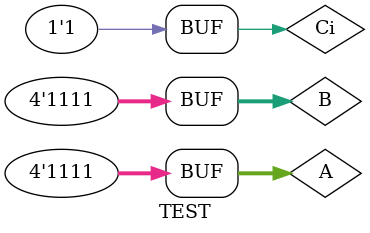
<source format=v>

module CARRY_LOOKAHEAD4 (
  input [3:0] A,
  input [3:0] B,
  input Ci,
  output reg [3:0] S,
  output reg Co
);
  reg [3:0] P, G;
  reg [3:0] C;
  integer i;

  always @(*) begin
    G = A & B;
    P = A ^ B;
    C[0] = Ci;

    // Ci+1 = Gi | Pi & Ci
    for (i = 0; i < 3; i++) begin
      C[i+1] = G[i] | (P[i] * C[i]);
    end
    Co = G[3] | (P[3] * C[3]);
    S = P ^ C;

  end
endmodule


`timescale 1ns / 1ps

module TEST();
  reg [3:0] A, B;
  reg Ci;
  wire [3:0] S;
  wire Co;

  CARRY_LOOKAHEAD4 CLA(A, B, Ci, S, Co);

  initial begin
    $display("Solution by Adheesh Trivedi");
    $display("===========================");
    $display("A    B    Ci | S    Co");
    $display("----------------------");
    $monitor("%b %b %b  | %b %b", A, B, Ci, S, Co);

    A = 4'b0000; B = 4'b0000; Ci = 0; #10;
    A = 4'b0001; B = 4'b0001; Ci = 0; #10;
    A = 4'b0010; B = 4'b0011; Ci = 0; #10;
    A = 4'b0100; B = 4'b0101; Ci = 0; #10;
    A = 4'b1010; B = 4'b1001; Ci = 0; #10;
    A = 4'b1111; B = 4'b1111; Ci = 0; #10;

    A = 4'b0000; B = 4'b0000; Ci = 1; #10;
    A = 4'b0001; B = 4'b0001; Ci = 1; #10;
    A = 4'b0010; B = 4'b0011; Ci = 1; #10;
    A = 4'b0100; B = 4'b0101; Ci = 1; #10;
    A = 4'b1010; B = 4'b1001; Ci = 1; #10;
    A = 4'b1111; B = 4'b1111; Ci = 1; #10;

  end
endmodule
</source>
